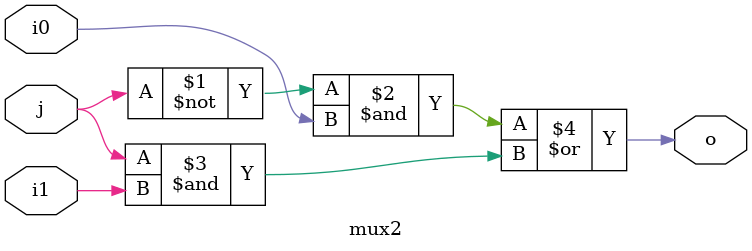
<source format=v>
module mux2(input wire i0, i1, j, output wire o);
assign o = ((~j & i0) | (j & i1));
endmodule
</source>
